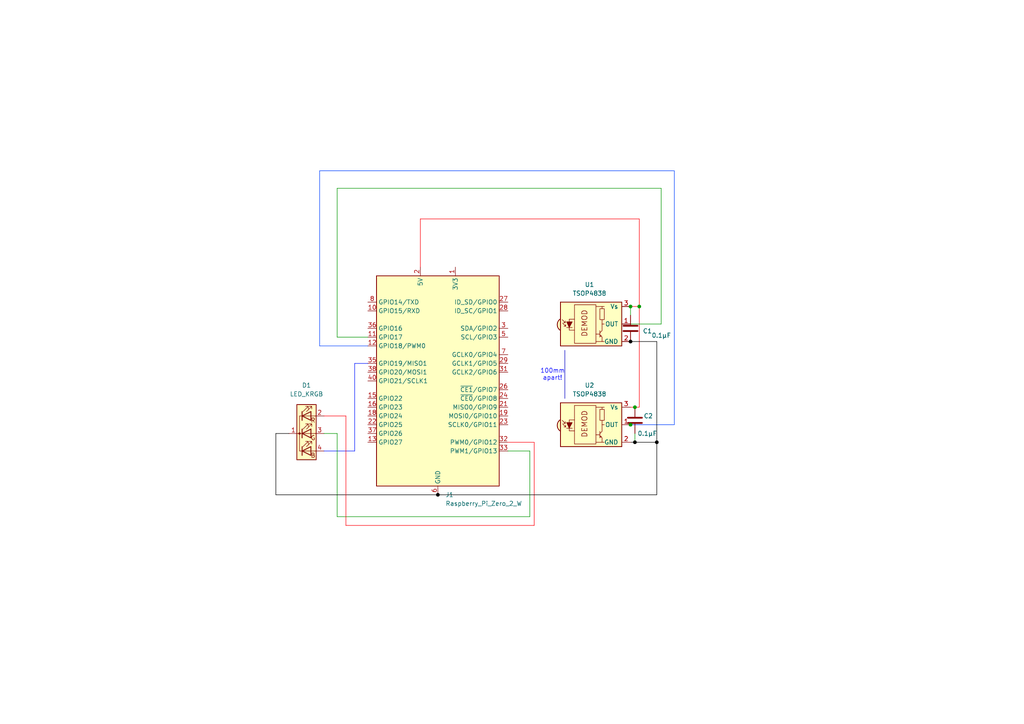
<source format=kicad_sch>
(kicad_sch
	(version 20231120)
	(generator "eeschema")
	(generator_version "8.0")
	(uuid "b27da0ba-d4c6-4bb1-a63c-5c17a72f8f7b")
	(paper "A4")
	(title_block
		(title "IR Detector")
	)
	(lib_symbols
		(symbol "Connector:Raspberry_Pi_2_3"
			(exclude_from_sim no)
			(in_bom yes)
			(on_board yes)
			(property "Reference" "J"
				(at -17.78 31.75 0)
				(effects
					(font
						(size 1.27 1.27)
					)
					(justify left bottom)
				)
			)
			(property "Value" "Raspberry_Pi_2_3"
				(at 10.16 -31.75 0)
				(effects
					(font
						(size 1.27 1.27)
					)
					(justify left top)
				)
			)
			(property "Footprint" ""
				(at 0 0 0)
				(effects
					(font
						(size 1.27 1.27)
					)
					(hide yes)
				)
			)
			(property "Datasheet" "https://www.raspberrypi.org/documentation/hardware/raspberrypi/schematics/rpi_SCH_3bplus_1p0_reduced.pdf"
				(at 60.96 -44.45 0)
				(effects
					(font
						(size 1.27 1.27)
					)
					(hide yes)
				)
			)
			(property "Description" "expansion header for Raspberry Pi 2 & 3"
				(at 0 0 0)
				(effects
					(font
						(size 1.27 1.27)
					)
					(hide yes)
				)
			)
			(property "ki_keywords" "raspberrypi gpio"
				(at 0 0 0)
				(effects
					(font
						(size 1.27 1.27)
					)
					(hide yes)
				)
			)
			(property "ki_fp_filters" "PinHeader*2x20*P2.54mm*Vertical* PinSocket*2x20*P2.54mm*Vertical*"
				(at 0 0 0)
				(effects
					(font
						(size 1.27 1.27)
					)
					(hide yes)
				)
			)
			(symbol "Raspberry_Pi_2_3_0_1"
				(rectangle
					(start -17.78 30.48)
					(end 17.78 -30.48)
					(stroke
						(width 0.254)
						(type default)
					)
					(fill
						(type background)
					)
				)
			)
			(symbol "Raspberry_Pi_2_3_1_1"
				(pin power_in line
					(at 5.08 33.02 270)
					(length 2.54)
					(name "3V3"
						(effects
							(font
								(size 1.27 1.27)
							)
						)
					)
					(number "1"
						(effects
							(font
								(size 1.27 1.27)
							)
						)
					)
				)
				(pin bidirectional line
					(at -20.32 20.32 0)
					(length 2.54)
					(name "GPIO15/RXD"
						(effects
							(font
								(size 1.27 1.27)
							)
						)
					)
					(number "10"
						(effects
							(font
								(size 1.27 1.27)
							)
						)
					)
				)
				(pin bidirectional line
					(at -20.32 12.7 0)
					(length 2.54)
					(name "GPIO17"
						(effects
							(font
								(size 1.27 1.27)
							)
						)
					)
					(number "11"
						(effects
							(font
								(size 1.27 1.27)
							)
						)
					)
				)
				(pin bidirectional line
					(at -20.32 10.16 0)
					(length 2.54)
					(name "GPIO18/PWM0"
						(effects
							(font
								(size 1.27 1.27)
							)
						)
					)
					(number "12"
						(effects
							(font
								(size 1.27 1.27)
							)
						)
					)
				)
				(pin bidirectional line
					(at -20.32 -17.78 0)
					(length 2.54)
					(name "GPIO27"
						(effects
							(font
								(size 1.27 1.27)
							)
						)
					)
					(number "13"
						(effects
							(font
								(size 1.27 1.27)
							)
						)
					)
				)
				(pin passive line
					(at 0 -33.02 90)
					(length 2.54) hide
					(name "GND"
						(effects
							(font
								(size 1.27 1.27)
							)
						)
					)
					(number "14"
						(effects
							(font
								(size 1.27 1.27)
							)
						)
					)
				)
				(pin bidirectional line
					(at -20.32 -5.08 0)
					(length 2.54)
					(name "GPIO22"
						(effects
							(font
								(size 1.27 1.27)
							)
						)
					)
					(number "15"
						(effects
							(font
								(size 1.27 1.27)
							)
						)
					)
				)
				(pin bidirectional line
					(at -20.32 -7.62 0)
					(length 2.54)
					(name "GPIO23"
						(effects
							(font
								(size 1.27 1.27)
							)
						)
					)
					(number "16"
						(effects
							(font
								(size 1.27 1.27)
							)
						)
					)
				)
				(pin passive line
					(at 5.08 33.02 270)
					(length 2.54) hide
					(name "3V3"
						(effects
							(font
								(size 1.27 1.27)
							)
						)
					)
					(number "17"
						(effects
							(font
								(size 1.27 1.27)
							)
						)
					)
				)
				(pin bidirectional line
					(at -20.32 -10.16 0)
					(length 2.54)
					(name "GPIO24"
						(effects
							(font
								(size 1.27 1.27)
							)
						)
					)
					(number "18"
						(effects
							(font
								(size 1.27 1.27)
							)
						)
					)
				)
				(pin bidirectional line
					(at 20.32 -10.16 180)
					(length 2.54)
					(name "MOSI0/GPIO10"
						(effects
							(font
								(size 1.27 1.27)
							)
						)
					)
					(number "19"
						(effects
							(font
								(size 1.27 1.27)
							)
						)
					)
				)
				(pin power_in line
					(at -5.08 33.02 270)
					(length 2.54)
					(name "5V"
						(effects
							(font
								(size 1.27 1.27)
							)
						)
					)
					(number "2"
						(effects
							(font
								(size 1.27 1.27)
							)
						)
					)
				)
				(pin passive line
					(at 0 -33.02 90)
					(length 2.54) hide
					(name "GND"
						(effects
							(font
								(size 1.27 1.27)
							)
						)
					)
					(number "20"
						(effects
							(font
								(size 1.27 1.27)
							)
						)
					)
				)
				(pin bidirectional line
					(at 20.32 -7.62 180)
					(length 2.54)
					(name "MISO0/GPIO9"
						(effects
							(font
								(size 1.27 1.27)
							)
						)
					)
					(number "21"
						(effects
							(font
								(size 1.27 1.27)
							)
						)
					)
				)
				(pin bidirectional line
					(at -20.32 -12.7 0)
					(length 2.54)
					(name "GPIO25"
						(effects
							(font
								(size 1.27 1.27)
							)
						)
					)
					(number "22"
						(effects
							(font
								(size 1.27 1.27)
							)
						)
					)
				)
				(pin bidirectional line
					(at 20.32 -12.7 180)
					(length 2.54)
					(name "SCLK0/GPIO11"
						(effects
							(font
								(size 1.27 1.27)
							)
						)
					)
					(number "23"
						(effects
							(font
								(size 1.27 1.27)
							)
						)
					)
				)
				(pin bidirectional line
					(at 20.32 -5.08 180)
					(length 2.54)
					(name "~{CE0}/GPIO8"
						(effects
							(font
								(size 1.27 1.27)
							)
						)
					)
					(number "24"
						(effects
							(font
								(size 1.27 1.27)
							)
						)
					)
				)
				(pin passive line
					(at 0 -33.02 90)
					(length 2.54) hide
					(name "GND"
						(effects
							(font
								(size 1.27 1.27)
							)
						)
					)
					(number "25"
						(effects
							(font
								(size 1.27 1.27)
							)
						)
					)
				)
				(pin bidirectional line
					(at 20.32 -2.54 180)
					(length 2.54)
					(name "~{CE1}/GPIO7"
						(effects
							(font
								(size 1.27 1.27)
							)
						)
					)
					(number "26"
						(effects
							(font
								(size 1.27 1.27)
							)
						)
					)
				)
				(pin bidirectional line
					(at 20.32 22.86 180)
					(length 2.54)
					(name "ID_SD/GPIO0"
						(effects
							(font
								(size 1.27 1.27)
							)
						)
					)
					(number "27"
						(effects
							(font
								(size 1.27 1.27)
							)
						)
					)
				)
				(pin bidirectional line
					(at 20.32 20.32 180)
					(length 2.54)
					(name "ID_SC/GPIO1"
						(effects
							(font
								(size 1.27 1.27)
							)
						)
					)
					(number "28"
						(effects
							(font
								(size 1.27 1.27)
							)
						)
					)
				)
				(pin bidirectional line
					(at 20.32 5.08 180)
					(length 2.54)
					(name "GCLK1/GPIO5"
						(effects
							(font
								(size 1.27 1.27)
							)
						)
					)
					(number "29"
						(effects
							(font
								(size 1.27 1.27)
							)
						)
					)
				)
				(pin bidirectional line
					(at 20.32 15.24 180)
					(length 2.54)
					(name "SDA/GPIO2"
						(effects
							(font
								(size 1.27 1.27)
							)
						)
					)
					(number "3"
						(effects
							(font
								(size 1.27 1.27)
							)
						)
					)
				)
				(pin passive line
					(at 0 -33.02 90)
					(length 2.54) hide
					(name "GND"
						(effects
							(font
								(size 1.27 1.27)
							)
						)
					)
					(number "30"
						(effects
							(font
								(size 1.27 1.27)
							)
						)
					)
				)
				(pin bidirectional line
					(at 20.32 2.54 180)
					(length 2.54)
					(name "GCLK2/GPIO6"
						(effects
							(font
								(size 1.27 1.27)
							)
						)
					)
					(number "31"
						(effects
							(font
								(size 1.27 1.27)
							)
						)
					)
				)
				(pin bidirectional line
					(at 20.32 -17.78 180)
					(length 2.54)
					(name "PWM0/GPIO12"
						(effects
							(font
								(size 1.27 1.27)
							)
						)
					)
					(number "32"
						(effects
							(font
								(size 1.27 1.27)
							)
						)
					)
				)
				(pin bidirectional line
					(at 20.32 -20.32 180)
					(length 2.54)
					(name "PWM1/GPIO13"
						(effects
							(font
								(size 1.27 1.27)
							)
						)
					)
					(number "33"
						(effects
							(font
								(size 1.27 1.27)
							)
						)
					)
				)
				(pin passive line
					(at 0 -33.02 90)
					(length 2.54) hide
					(name "GND"
						(effects
							(font
								(size 1.27 1.27)
							)
						)
					)
					(number "34"
						(effects
							(font
								(size 1.27 1.27)
							)
						)
					)
				)
				(pin bidirectional line
					(at -20.32 5.08 0)
					(length 2.54)
					(name "GPIO19/MISO1"
						(effects
							(font
								(size 1.27 1.27)
							)
						)
					)
					(number "35"
						(effects
							(font
								(size 1.27 1.27)
							)
						)
					)
				)
				(pin bidirectional line
					(at -20.32 15.24 0)
					(length 2.54)
					(name "GPIO16"
						(effects
							(font
								(size 1.27 1.27)
							)
						)
					)
					(number "36"
						(effects
							(font
								(size 1.27 1.27)
							)
						)
					)
				)
				(pin bidirectional line
					(at -20.32 -15.24 0)
					(length 2.54)
					(name "GPIO26"
						(effects
							(font
								(size 1.27 1.27)
							)
						)
					)
					(number "37"
						(effects
							(font
								(size 1.27 1.27)
							)
						)
					)
				)
				(pin bidirectional line
					(at -20.32 2.54 0)
					(length 2.54)
					(name "GPIO20/MOSI1"
						(effects
							(font
								(size 1.27 1.27)
							)
						)
					)
					(number "38"
						(effects
							(font
								(size 1.27 1.27)
							)
						)
					)
				)
				(pin passive line
					(at 0 -33.02 90)
					(length 2.54) hide
					(name "GND"
						(effects
							(font
								(size 1.27 1.27)
							)
						)
					)
					(number "39"
						(effects
							(font
								(size 1.27 1.27)
							)
						)
					)
				)
				(pin passive line
					(at -5.08 33.02 270)
					(length 2.54) hide
					(name "5V"
						(effects
							(font
								(size 1.27 1.27)
							)
						)
					)
					(number "4"
						(effects
							(font
								(size 1.27 1.27)
							)
						)
					)
				)
				(pin bidirectional line
					(at -20.32 0 0)
					(length 2.54)
					(name "GPIO21/SCLK1"
						(effects
							(font
								(size 1.27 1.27)
							)
						)
					)
					(number "40"
						(effects
							(font
								(size 1.27 1.27)
							)
						)
					)
				)
				(pin bidirectional line
					(at 20.32 12.7 180)
					(length 2.54)
					(name "SCL/GPIO3"
						(effects
							(font
								(size 1.27 1.27)
							)
						)
					)
					(number "5"
						(effects
							(font
								(size 1.27 1.27)
							)
						)
					)
				)
				(pin power_in line
					(at 0 -33.02 90)
					(length 2.54)
					(name "GND"
						(effects
							(font
								(size 1.27 1.27)
							)
						)
					)
					(number "6"
						(effects
							(font
								(size 1.27 1.27)
							)
						)
					)
				)
				(pin bidirectional line
					(at 20.32 7.62 180)
					(length 2.54)
					(name "GCLK0/GPIO4"
						(effects
							(font
								(size 1.27 1.27)
							)
						)
					)
					(number "7"
						(effects
							(font
								(size 1.27 1.27)
							)
						)
					)
				)
				(pin bidirectional line
					(at -20.32 22.86 0)
					(length 2.54)
					(name "GPIO14/TXD"
						(effects
							(font
								(size 1.27 1.27)
							)
						)
					)
					(number "8"
						(effects
							(font
								(size 1.27 1.27)
							)
						)
					)
				)
				(pin passive line
					(at 0 -33.02 90)
					(length 2.54) hide
					(name "GND"
						(effects
							(font
								(size 1.27 1.27)
							)
						)
					)
					(number "9"
						(effects
							(font
								(size 1.27 1.27)
							)
						)
					)
				)
			)
		)
		(symbol "Device:C"
			(pin_numbers hide)
			(pin_names
				(offset 0.254)
			)
			(exclude_from_sim no)
			(in_bom yes)
			(on_board yes)
			(property "Reference" "C"
				(at 0.635 2.54 0)
				(effects
					(font
						(size 1.27 1.27)
					)
					(justify left)
				)
			)
			(property "Value" "C"
				(at 0.635 -2.54 0)
				(effects
					(font
						(size 1.27 1.27)
					)
					(justify left)
				)
			)
			(property "Footprint" ""
				(at 0.9652 -3.81 0)
				(effects
					(font
						(size 1.27 1.27)
					)
					(hide yes)
				)
			)
			(property "Datasheet" "~"
				(at 0 0 0)
				(effects
					(font
						(size 1.27 1.27)
					)
					(hide yes)
				)
			)
			(property "Description" "Unpolarized capacitor"
				(at 0 0 0)
				(effects
					(font
						(size 1.27 1.27)
					)
					(hide yes)
				)
			)
			(property "ki_keywords" "cap capacitor"
				(at 0 0 0)
				(effects
					(font
						(size 1.27 1.27)
					)
					(hide yes)
				)
			)
			(property "ki_fp_filters" "C_*"
				(at 0 0 0)
				(effects
					(font
						(size 1.27 1.27)
					)
					(hide yes)
				)
			)
			(symbol "C_0_1"
				(polyline
					(pts
						(xy -2.032 -0.762) (xy 2.032 -0.762)
					)
					(stroke
						(width 0.508)
						(type default)
					)
					(fill
						(type none)
					)
				)
				(polyline
					(pts
						(xy -2.032 0.762) (xy 2.032 0.762)
					)
					(stroke
						(width 0.508)
						(type default)
					)
					(fill
						(type none)
					)
				)
			)
			(symbol "C_1_1"
				(pin passive line
					(at 0 3.81 270)
					(length 2.794)
					(name "~"
						(effects
							(font
								(size 1.27 1.27)
							)
						)
					)
					(number "1"
						(effects
							(font
								(size 1.27 1.27)
							)
						)
					)
				)
				(pin passive line
					(at 0 -3.81 90)
					(length 2.794)
					(name "~"
						(effects
							(font
								(size 1.27 1.27)
							)
						)
					)
					(number "2"
						(effects
							(font
								(size 1.27 1.27)
							)
						)
					)
				)
			)
		)
		(symbol "Device:LED_KRGB"
			(pin_names
				(offset 0) hide)
			(exclude_from_sim no)
			(in_bom yes)
			(on_board yes)
			(property "Reference" "D"
				(at 0 9.398 0)
				(effects
					(font
						(size 1.27 1.27)
					)
				)
			)
			(property "Value" "LED_KRGB"
				(at 0 -8.89 0)
				(effects
					(font
						(size 1.27 1.27)
					)
				)
			)
			(property "Footprint" ""
				(at 0 -1.27 0)
				(effects
					(font
						(size 1.27 1.27)
					)
					(hide yes)
				)
			)
			(property "Datasheet" "~"
				(at 0 -1.27 0)
				(effects
					(font
						(size 1.27 1.27)
					)
					(hide yes)
				)
			)
			(property "Description" "RGB LED, cathode/red/green/blue"
				(at 0 0 0)
				(effects
					(font
						(size 1.27 1.27)
					)
					(hide yes)
				)
			)
			(property "ki_keywords" "LED RGB diode"
				(at 0 0 0)
				(effects
					(font
						(size 1.27 1.27)
					)
					(hide yes)
				)
			)
			(property "ki_fp_filters" "LED* LED_SMD:* LED_THT:*"
				(at 0 0 0)
				(effects
					(font
						(size 1.27 1.27)
					)
					(hide yes)
				)
			)
			(symbol "LED_KRGB_0_0"
				(text "B"
					(at 1.905 -6.35 0)
					(effects
						(font
							(size 1.27 1.27)
						)
					)
				)
				(text "G"
					(at 1.905 -1.27 0)
					(effects
						(font
							(size 1.27 1.27)
						)
					)
				)
				(text "R"
					(at 1.905 3.81 0)
					(effects
						(font
							(size 1.27 1.27)
						)
					)
				)
			)
			(symbol "LED_KRGB_0_1"
				(circle
					(center -2.032 0)
					(radius 0.254)
					(stroke
						(width 0)
						(type default)
					)
					(fill
						(type outline)
					)
				)
				(polyline
					(pts
						(xy -1.27 -5.08) (xy 1.27 -5.08)
					)
					(stroke
						(width 0)
						(type default)
					)
					(fill
						(type none)
					)
				)
				(polyline
					(pts
						(xy -1.27 -3.81) (xy -1.27 -6.35)
					)
					(stroke
						(width 0.254)
						(type default)
					)
					(fill
						(type none)
					)
				)
				(polyline
					(pts
						(xy -1.27 0) (xy -2.54 0)
					)
					(stroke
						(width 0)
						(type default)
					)
					(fill
						(type none)
					)
				)
				(polyline
					(pts
						(xy -1.27 1.27) (xy -1.27 -1.27)
					)
					(stroke
						(width 0.254)
						(type default)
					)
					(fill
						(type none)
					)
				)
				(polyline
					(pts
						(xy -1.27 5.08) (xy 1.27 5.08)
					)
					(stroke
						(width 0)
						(type default)
					)
					(fill
						(type none)
					)
				)
				(polyline
					(pts
						(xy -1.27 6.35) (xy -1.27 3.81)
					)
					(stroke
						(width 0.254)
						(type default)
					)
					(fill
						(type none)
					)
				)
				(polyline
					(pts
						(xy 1.27 -5.08) (xy 2.54 -5.08)
					)
					(stroke
						(width 0)
						(type default)
					)
					(fill
						(type none)
					)
				)
				(polyline
					(pts
						(xy 1.27 0) (xy -1.27 0)
					)
					(stroke
						(width 0)
						(type default)
					)
					(fill
						(type none)
					)
				)
				(polyline
					(pts
						(xy 1.27 0) (xy 2.54 0)
					)
					(stroke
						(width 0)
						(type default)
					)
					(fill
						(type none)
					)
				)
				(polyline
					(pts
						(xy 1.27 5.08) (xy 2.54 5.08)
					)
					(stroke
						(width 0)
						(type default)
					)
					(fill
						(type none)
					)
				)
				(polyline
					(pts
						(xy -1.27 1.27) (xy -1.27 -1.27) (xy -1.27 -1.27)
					)
					(stroke
						(width 0)
						(type default)
					)
					(fill
						(type none)
					)
				)
				(polyline
					(pts
						(xy -1.27 6.35) (xy -1.27 3.81) (xy -1.27 3.81)
					)
					(stroke
						(width 0)
						(type default)
					)
					(fill
						(type none)
					)
				)
				(polyline
					(pts
						(xy -1.27 5.08) (xy -2.032 5.08) (xy -2.032 -5.08) (xy -1.016 -5.08)
					)
					(stroke
						(width 0)
						(type default)
					)
					(fill
						(type none)
					)
				)
				(polyline
					(pts
						(xy 1.27 -3.81) (xy 1.27 -6.35) (xy -1.27 -5.08) (xy 1.27 -3.81)
					)
					(stroke
						(width 0.254)
						(type default)
					)
					(fill
						(type none)
					)
				)
				(polyline
					(pts
						(xy 1.27 1.27) (xy 1.27 -1.27) (xy -1.27 0) (xy 1.27 1.27)
					)
					(stroke
						(width 0.254)
						(type default)
					)
					(fill
						(type none)
					)
				)
				(polyline
					(pts
						(xy 1.27 6.35) (xy 1.27 3.81) (xy -1.27 5.08) (xy 1.27 6.35)
					)
					(stroke
						(width 0.254)
						(type default)
					)
					(fill
						(type none)
					)
				)
				(polyline
					(pts
						(xy -1.016 -3.81) (xy 0.508 -2.286) (xy -0.254 -2.286) (xy 0.508 -2.286) (xy 0.508 -3.048)
					)
					(stroke
						(width 0)
						(type default)
					)
					(fill
						(type none)
					)
				)
				(polyline
					(pts
						(xy -1.016 1.27) (xy 0.508 2.794) (xy -0.254 2.794) (xy 0.508 2.794) (xy 0.508 2.032)
					)
					(stroke
						(width 0)
						(type default)
					)
					(fill
						(type none)
					)
				)
				(polyline
					(pts
						(xy -1.016 6.35) (xy 0.508 7.874) (xy -0.254 7.874) (xy 0.508 7.874) (xy 0.508 7.112)
					)
					(stroke
						(width 0)
						(type default)
					)
					(fill
						(type none)
					)
				)
				(polyline
					(pts
						(xy 0 -3.81) (xy 1.524 -2.286) (xy 0.762 -2.286) (xy 1.524 -2.286) (xy 1.524 -3.048)
					)
					(stroke
						(width 0)
						(type default)
					)
					(fill
						(type none)
					)
				)
				(polyline
					(pts
						(xy 0 1.27) (xy 1.524 2.794) (xy 0.762 2.794) (xy 1.524 2.794) (xy 1.524 2.032)
					)
					(stroke
						(width 0)
						(type default)
					)
					(fill
						(type none)
					)
				)
				(polyline
					(pts
						(xy 0 6.35) (xy 1.524 7.874) (xy 0.762 7.874) (xy 1.524 7.874) (xy 1.524 7.112)
					)
					(stroke
						(width 0)
						(type default)
					)
					(fill
						(type none)
					)
				)
				(rectangle
					(start 1.27 -1.27)
					(end 1.27 1.27)
					(stroke
						(width 0)
						(type default)
					)
					(fill
						(type none)
					)
				)
				(rectangle
					(start 1.27 1.27)
					(end 1.27 1.27)
					(stroke
						(width 0)
						(type default)
					)
					(fill
						(type none)
					)
				)
				(rectangle
					(start 1.27 3.81)
					(end 1.27 6.35)
					(stroke
						(width 0)
						(type default)
					)
					(fill
						(type none)
					)
				)
				(rectangle
					(start 1.27 6.35)
					(end 1.27 6.35)
					(stroke
						(width 0)
						(type default)
					)
					(fill
						(type none)
					)
				)
				(rectangle
					(start 2.794 8.382)
					(end -2.794 -7.62)
					(stroke
						(width 0.254)
						(type default)
					)
					(fill
						(type background)
					)
				)
			)
			(symbol "LED_KRGB_1_1"
				(pin passive line
					(at -5.08 0 0)
					(length 2.54)
					(name "K"
						(effects
							(font
								(size 1.27 1.27)
							)
						)
					)
					(number "1"
						(effects
							(font
								(size 1.27 1.27)
							)
						)
					)
				)
				(pin passive line
					(at 5.08 5.08 180)
					(length 2.54)
					(name "RA"
						(effects
							(font
								(size 1.27 1.27)
							)
						)
					)
					(number "2"
						(effects
							(font
								(size 1.27 1.27)
							)
						)
					)
				)
				(pin passive line
					(at 5.08 0 180)
					(length 2.54)
					(name "GA"
						(effects
							(font
								(size 1.27 1.27)
							)
						)
					)
					(number "3"
						(effects
							(font
								(size 1.27 1.27)
							)
						)
					)
				)
				(pin passive line
					(at 5.08 -5.08 180)
					(length 2.54)
					(name "BA"
						(effects
							(font
								(size 1.27 1.27)
							)
						)
					)
					(number "4"
						(effects
							(font
								(size 1.27 1.27)
							)
						)
					)
				)
			)
		)
		(symbol "Interface_Optical:TSOP45xx"
			(pin_names
				(offset 1.016)
			)
			(exclude_from_sim no)
			(in_bom yes)
			(on_board yes)
			(property "Reference" "U"
				(at -10.16 7.62 0)
				(effects
					(font
						(size 1.27 1.27)
					)
					(justify left)
				)
			)
			(property "Value" "TSOP45xx"
				(at -10.16 -7.62 0)
				(effects
					(font
						(size 1.27 1.27)
					)
					(justify left)
				)
			)
			(property "Footprint" "OptoDevice:Vishay_MOLD-3Pin"
				(at -1.27 -9.525 0)
				(effects
					(font
						(size 1.27 1.27)
					)
					(hide yes)
				)
			)
			(property "Datasheet" "http://www.vishay.com/docs/82460/tsop45.pdf"
				(at 16.51 7.62 0)
				(effects
					(font
						(size 1.27 1.27)
					)
					(hide yes)
				)
			)
			(property "Description" "IR Receiver Modules for Remote Control Systems"
				(at 0 0 0)
				(effects
					(font
						(size 1.27 1.27)
					)
					(hide yes)
				)
			)
			(property "ki_keywords" "opto IR receiver"
				(at 0 0 0)
				(effects
					(font
						(size 1.27 1.27)
					)
					(hide yes)
				)
			)
			(property "ki_fp_filters" "Vishay*MOLD*"
				(at 0 0 0)
				(effects
					(font
						(size 1.27 1.27)
					)
					(hide yes)
				)
			)
			(symbol "TSOP45xx_0_0"
				(arc
					(start -10.287 1.397)
					(mid -11.0899 -0.1852)
					(end -10.287 -1.778)
					(stroke
						(width 0.254)
						(type default)
					)
					(fill
						(type background)
					)
				)
				(polyline
					(pts
						(xy 1.905 -5.08) (xy 0.127 -5.08)
					)
					(stroke
						(width 0)
						(type default)
					)
					(fill
						(type none)
					)
				)
				(polyline
					(pts
						(xy 1.905 5.08) (xy 0.127 5.08)
					)
					(stroke
						(width 0)
						(type default)
					)
					(fill
						(type none)
					)
				)
				(text "DEMOD"
					(at -3.175 0.254 900)
					(effects
						(font
							(size 1.524 1.524)
						)
					)
				)
			)
			(symbol "TSOP45xx_0_1"
				(rectangle
					(start -6.096 5.588)
					(end 0.127 -5.588)
					(stroke
						(width 0)
						(type default)
					)
					(fill
						(type none)
					)
				)
				(polyline
					(pts
						(xy -8.763 0.381) (xy -9.652 1.27)
					)
					(stroke
						(width 0)
						(type default)
					)
					(fill
						(type none)
					)
				)
				(polyline
					(pts
						(xy -8.763 0.381) (xy -9.271 0.381)
					)
					(stroke
						(width 0)
						(type default)
					)
					(fill
						(type none)
					)
				)
				(polyline
					(pts
						(xy -8.763 0.381) (xy -8.763 0.889)
					)
					(stroke
						(width 0)
						(type default)
					)
					(fill
						(type none)
					)
				)
				(polyline
					(pts
						(xy -8.636 -0.635) (xy -9.525 0.254)
					)
					(stroke
						(width 0)
						(type default)
					)
					(fill
						(type none)
					)
				)
				(polyline
					(pts
						(xy -8.636 -0.635) (xy -9.144 -0.635)
					)
					(stroke
						(width 0)
						(type default)
					)
					(fill
						(type none)
					)
				)
				(polyline
					(pts
						(xy -8.636 -0.635) (xy -8.636 -0.127)
					)
					(stroke
						(width 0)
						(type default)
					)
					(fill
						(type none)
					)
				)
				(polyline
					(pts
						(xy -8.382 -1.016) (xy -6.731 -1.016)
					)
					(stroke
						(width 0)
						(type default)
					)
					(fill
						(type none)
					)
				)
				(polyline
					(pts
						(xy 1.27 -2.921) (xy 0.127 -2.921)
					)
					(stroke
						(width 0)
						(type default)
					)
					(fill
						(type none)
					)
				)
				(polyline
					(pts
						(xy 1.27 -1.905) (xy 1.27 -3.81)
					)
					(stroke
						(width 0)
						(type default)
					)
					(fill
						(type none)
					)
				)
				(polyline
					(pts
						(xy 1.397 -3.556) (xy 1.524 -3.556)
					)
					(stroke
						(width 0)
						(type default)
					)
					(fill
						(type none)
					)
				)
				(polyline
					(pts
						(xy 1.651 -3.556) (xy 1.524 -3.556)
					)
					(stroke
						(width 0)
						(type default)
					)
					(fill
						(type none)
					)
				)
				(polyline
					(pts
						(xy 1.651 -3.556) (xy 1.651 -3.302)
					)
					(stroke
						(width 0)
						(type default)
					)
					(fill
						(type none)
					)
				)
				(polyline
					(pts
						(xy 1.905 0) (xy 1.905 1.27)
					)
					(stroke
						(width 0)
						(type default)
					)
					(fill
						(type none)
					)
				)
				(polyline
					(pts
						(xy 1.905 4.445) (xy 1.905 5.08) (xy 2.54 5.08)
					)
					(stroke
						(width 0)
						(type default)
					)
					(fill
						(type none)
					)
				)
				(polyline
					(pts
						(xy -8.382 0.635) (xy -6.731 0.635) (xy -7.62 -1.016) (xy -8.382 0.635)
					)
					(stroke
						(width 0)
						(type default)
					)
					(fill
						(type outline)
					)
				)
				(polyline
					(pts
						(xy -6.096 1.397) (xy -7.62 1.397) (xy -7.62 -1.778) (xy -6.096 -1.778)
					)
					(stroke
						(width 0)
						(type default)
					)
					(fill
						(type none)
					)
				)
				(polyline
					(pts
						(xy 1.27 -3.175) (xy 1.905 -3.81) (xy 1.905 -5.08) (xy 2.54 -5.08)
					)
					(stroke
						(width 0)
						(type default)
					)
					(fill
						(type none)
					)
				)
				(polyline
					(pts
						(xy 1.27 -2.54) (xy 1.905 -1.905) (xy 1.905 0) (xy 2.54 0)
					)
					(stroke
						(width 0)
						(type default)
					)
					(fill
						(type none)
					)
				)
				(rectangle
					(start 2.54 1.27)
					(end 1.27 4.445)
					(stroke
						(width 0)
						(type default)
					)
					(fill
						(type none)
					)
				)
				(rectangle
					(start 7.62 6.35)
					(end -10.16 -6.35)
					(stroke
						(width 0.254)
						(type default)
					)
					(fill
						(type background)
					)
				)
			)
			(symbol "TSOP45xx_1_1"
				(pin output line
					(at 10.16 0 180)
					(length 2.54)
					(name "OUT"
						(effects
							(font
								(size 1.27 1.27)
							)
						)
					)
					(number "1"
						(effects
							(font
								(size 1.27 1.27)
							)
						)
					)
				)
				(pin power_in line
					(at 10.16 -5.08 180)
					(length 2.54)
					(name "GND"
						(effects
							(font
								(size 1.27 1.27)
							)
						)
					)
					(number "2"
						(effects
							(font
								(size 1.27 1.27)
							)
						)
					)
				)
				(pin power_in line
					(at 10.16 5.08 180)
					(length 2.54)
					(name "Vs"
						(effects
							(font
								(size 1.27 1.27)
							)
						)
					)
					(number "3"
						(effects
							(font
								(size 1.27 1.27)
							)
						)
					)
				)
			)
		)
	)
	(junction
		(at 184.15 118.11)
		(diameter 0)
		(color 0 0 0 0)
		(uuid "37867374-19d2-4808-b497-40f62652793d")
	)
	(junction
		(at 182.88 123.19)
		(diameter 0)
		(color 0 0 0 0)
		(uuid "37ded08f-03e2-49c8-a4ee-5f9cf57755e3")
	)
	(junction
		(at 182.88 88.9)
		(diameter 0)
		(color 0 0 0 0)
		(uuid "4e8f658c-79f0-4f3e-9b99-b79a23382a75")
	)
	(junction
		(at 127 143.51)
		(diameter 0)
		(color 0 0 0 1)
		(uuid "67665d30-8b3d-4851-a5cf-a9ffe43deedc")
	)
	(junction
		(at 182.88 99.06)
		(diameter 0)
		(color 0 0 0 1)
		(uuid "6d3ef3f6-976e-4475-ae05-4ca4b7e7539c")
	)
	(junction
		(at 185.42 88.9)
		(diameter 0)
		(color 0 0 0 0)
		(uuid "6e0ab556-3162-43cf-bedd-1de6753fa104")
	)
	(junction
		(at 184.15 128.27)
		(diameter 0)
		(color 0 0 0 1)
		(uuid "ab79b035-1774-4ff7-9fe3-bdec2f65c7e2")
	)
	(junction
		(at 190.5 128.27)
		(diameter 0)
		(color 0 0 0 1)
		(uuid "dcac7f91-6057-47b2-8c97-fd26036447d5")
	)
	(wire
		(pts
			(xy 154.94 128.27) (xy 147.32 128.27)
		)
		(stroke
			(width 0)
			(type default)
			(color 255 0 11 1)
		)
		(uuid "009bb077-160a-42ca-b484-60a24b1a226e")
	)
	(wire
		(pts
			(xy 100.33 152.4) (xy 154.94 152.4)
		)
		(stroke
			(width 0)
			(type default)
			(color 255 0 11 1)
		)
		(uuid "00b01119-e113-47e9-b736-612a90ab20a4")
	)
	(wire
		(pts
			(xy 102.87 105.41) (xy 102.87 130.81)
		)
		(stroke
			(width 0)
			(type default)
			(color 0 22 255 1)
		)
		(uuid "10769837-0252-464f-8db4-81fee2f24656")
	)
	(wire
		(pts
			(xy 153.67 149.86) (xy 97.79 149.86)
		)
		(stroke
			(width 0)
			(type default)
		)
		(uuid "1a8f1757-2af0-4c06-90d2-77196bc39e0a")
	)
	(wire
		(pts
			(xy 106.68 100.33) (xy 92.71 100.33)
		)
		(stroke
			(width 0)
			(type default)
			(color 0 64 255 1)
		)
		(uuid "1e2ded8a-57a0-4000-bdf3-f7f5586c5e81")
	)
	(polyline
		(pts
			(xy 163.83 101.6) (xy 163.83 115.57)
		)
		(stroke
			(width 0)
			(type default)
		)
		(uuid "2239f660-12b0-4ea0-97c3-678d3d8c02f4")
	)
	(wire
		(pts
			(xy 185.42 88.9) (xy 185.42 118.11)
		)
		(stroke
			(width 0)
			(type default)
			(color 255 0 9 1)
		)
		(uuid "247992e3-fe69-40ca-9745-98083074643d")
	)
	(wire
		(pts
			(xy 190.5 128.27) (xy 190.5 99.06)
		)
		(stroke
			(width 0)
			(type default)
			(color 0 0 0 1)
		)
		(uuid "2e31d3b2-e0fc-4f40-9f36-553905d38a2b")
	)
	(wire
		(pts
			(xy 182.88 91.44) (xy 182.88 88.9)
		)
		(stroke
			(width 0)
			(type default)
		)
		(uuid "300fc3c8-16bb-4fe3-9477-f1ef8c2f17a4")
	)
	(wire
		(pts
			(xy 92.71 100.33) (xy 92.71 49.53)
		)
		(stroke
			(width 0)
			(type default)
			(color 0 64 255 1)
		)
		(uuid "37a3ddd5-1742-47ff-b4a9-9c8e9fc61041")
	)
	(wire
		(pts
			(xy 93.98 130.81) (xy 102.87 130.81)
		)
		(stroke
			(width 0)
			(type default)
			(color 0 22 255 1)
		)
		(uuid "3b125b8c-3dae-438c-a7ff-bcd3f4e98298")
	)
	(wire
		(pts
			(xy 185.42 88.9) (xy 182.88 88.9)
		)
		(stroke
			(width 0)
			(type default)
			(color 255 0 9 1)
		)
		(uuid "3eee3d13-350f-4788-b523-c967252ce73d")
	)
	(wire
		(pts
			(xy 121.92 63.5) (xy 185.42 63.5)
		)
		(stroke
			(width 0)
			(type default)
			(color 255 0 9 1)
		)
		(uuid "456282ec-198b-4112-8bba-2887ef8faf0e")
	)
	(wire
		(pts
			(xy 154.94 152.4) (xy 154.94 128.27)
		)
		(stroke
			(width 0)
			(type default)
			(color 255 0 11 1)
		)
		(uuid "46f2f7ee-c1c4-4f98-8fe9-08e8266e1ed4")
	)
	(wire
		(pts
			(xy 184.15 118.11) (xy 185.42 118.11)
		)
		(stroke
			(width 0)
			(type default)
			(color 255 0 9 1)
		)
		(uuid "4c75ed1d-5c08-40d2-a718-c45de2430c48")
	)
	(wire
		(pts
			(xy 97.79 97.79) (xy 97.79 54.61)
		)
		(stroke
			(width 0)
			(type default)
		)
		(uuid "5fb84d36-e64e-4c46-8df9-20b77a414c31")
	)
	(wire
		(pts
			(xy 97.79 149.86) (xy 97.79 125.73)
		)
		(stroke
			(width 0)
			(type default)
		)
		(uuid "5fc917ca-d05a-40d3-bdcd-a45e4abaafe3")
	)
	(wire
		(pts
			(xy 182.88 123.19) (xy 195.58 123.19)
		)
		(stroke
			(width 0)
			(type default)
			(color 0 64 255 1)
		)
		(uuid "610ea64d-1b78-4d0f-8c1b-94a99895a78d")
	)
	(wire
		(pts
			(xy 106.68 97.79) (xy 97.79 97.79)
		)
		(stroke
			(width 0)
			(type default)
		)
		(uuid "7053fdc8-73b1-41b0-a4f6-ea30ad1e142b")
	)
	(wire
		(pts
			(xy 182.88 93.98) (xy 191.77 93.98)
		)
		(stroke
			(width 0)
			(type default)
		)
		(uuid "715bf281-93e7-42fb-ac3c-13bcc7933495")
	)
	(wire
		(pts
			(xy 127 143.51) (xy 190.5 143.51)
		)
		(stroke
			(width 0)
			(type default)
			(color 0 0 0 1)
		)
		(uuid "74d97083-961a-4a68-bf7c-b4f0232d0242")
	)
	(wire
		(pts
			(xy 190.5 143.51) (xy 190.5 128.27)
		)
		(stroke
			(width 0)
			(type default)
			(color 0 0 0 1)
		)
		(uuid "77586401-fda0-43b1-9c26-1283aaa17fc1")
	)
	(wire
		(pts
			(xy 121.92 77.47) (xy 121.92 63.5)
		)
		(stroke
			(width 0)
			(type default)
			(color 255 0 9 1)
		)
		(uuid "7bef7c6a-ed0d-4d86-903b-5c9e41c1623d")
	)
	(wire
		(pts
			(xy 92.71 49.53) (xy 195.58 49.53)
		)
		(stroke
			(width 0)
			(type default)
			(color 0 64 255 1)
		)
		(uuid "8169a735-7f9c-4336-95bc-0d91c64fda13")
	)
	(wire
		(pts
			(xy 182.88 99.06) (xy 190.5 99.06)
		)
		(stroke
			(width 0)
			(type default)
			(color 0 0 0 1)
		)
		(uuid "a4df76c4-7c26-45cb-9bef-af3dcfd32b61")
	)
	(wire
		(pts
			(xy 80.01 143.51) (xy 127 143.51)
		)
		(stroke
			(width 0)
			(type default)
			(color 0 0 0 1)
		)
		(uuid "b98f6890-825b-4be6-9f4a-5bf7a877eb13")
	)
	(wire
		(pts
			(xy 106.68 105.41) (xy 102.87 105.41)
		)
		(stroke
			(width 0)
			(type default)
			(color 0 22 255 1)
		)
		(uuid "ba57c917-8ad2-4bd3-add7-3c8a0e2a1e0e")
	)
	(wire
		(pts
			(xy 184.15 125.73) (xy 184.15 128.27)
		)
		(stroke
			(width 0)
			(type default)
		)
		(uuid "bb0c1ac4-42fd-4185-befb-bcf6b7507dee")
	)
	(wire
		(pts
			(xy 182.88 118.11) (xy 184.15 118.11)
		)
		(stroke
			(width 0)
			(type default)
			(color 255 0 9 1)
		)
		(uuid "bb1f2048-3040-4811-bdd9-16c87b4c9e36")
	)
	(wire
		(pts
			(xy 191.77 54.61) (xy 191.77 93.98)
		)
		(stroke
			(width 0)
			(type default)
		)
		(uuid "c0259486-fca7-4f64-b3b0-df8b49df285c")
	)
	(wire
		(pts
			(xy 83.82 125.73) (xy 80.01 125.73)
		)
		(stroke
			(width 0)
			(type default)
			(color 0 0 0 1)
		)
		(uuid "c219e88b-bb96-4518-b6f7-b1ddb97766de")
	)
	(wire
		(pts
			(xy 80.01 125.73) (xy 80.01 143.51)
		)
		(stroke
			(width 0)
			(type default)
			(color 0 0 0 1)
		)
		(uuid "cbe1dfc7-88dc-4078-b60c-378d31b18324")
	)
	(wire
		(pts
			(xy 97.79 54.61) (xy 191.77 54.61)
		)
		(stroke
			(width 0)
			(type default)
		)
		(uuid "d08e422a-b74e-4932-b396-ec6d0f694850")
	)
	(wire
		(pts
			(xy 195.58 49.53) (xy 195.58 123.19)
		)
		(stroke
			(width 0)
			(type default)
			(color 0 64 255 1)
		)
		(uuid "d1b25e4b-faa5-4d5b-9d1d-bd3ecb06c9df")
	)
	(wire
		(pts
			(xy 182.88 128.27) (xy 184.15 128.27)
		)
		(stroke
			(width 0)
			(type default)
			(color 0 0 0 1)
		)
		(uuid "daa16f68-2f97-403f-8599-f6fc3766424e")
	)
	(wire
		(pts
			(xy 185.42 63.5) (xy 185.42 88.9)
		)
		(stroke
			(width 0)
			(type default)
			(color 255 0 9 1)
		)
		(uuid "db7fe620-d83c-469f-bf4c-7076a5ace7f2")
	)
	(wire
		(pts
			(xy 100.33 120.65) (xy 100.33 152.4)
		)
		(stroke
			(width 0)
			(type default)
			(color 255 0 11 1)
		)
		(uuid "e04e0d2a-5378-48b9-b72e-a0faa08d5fd3")
	)
	(wire
		(pts
			(xy 93.98 120.65) (xy 100.33 120.65)
		)
		(stroke
			(width 0)
			(type default)
			(color 255 0 11 1)
		)
		(uuid "e1ce0daf-f61e-48ea-a1db-feda78594a67")
	)
	(wire
		(pts
			(xy 147.32 130.81) (xy 153.67 130.81)
		)
		(stroke
			(width 0)
			(type default)
		)
		(uuid "eb2d7914-97ad-45f0-a76d-ffe26ab1beed")
	)
	(wire
		(pts
			(xy 93.98 125.73) (xy 97.79 125.73)
		)
		(stroke
			(width 0)
			(type default)
		)
		(uuid "eb9183ff-8c8c-471a-949b-952ed83bd2ae")
	)
	(wire
		(pts
			(xy 184.15 128.27) (xy 190.5 128.27)
		)
		(stroke
			(width 0)
			(type default)
			(color 0 0 0 1)
		)
		(uuid "ed1b2a6c-aecf-4025-93cc-91ca32b8ff02")
	)
	(wire
		(pts
			(xy 181.61 123.19) (xy 182.88 123.19)
		)
		(stroke
			(width 0)
			(type default)
			(color 0 64 255 1)
		)
		(uuid "f7b06ae8-5525-48cb-9f03-57639fa2bfa7")
	)
	(wire
		(pts
			(xy 153.67 130.81) (xy 153.67 149.86)
		)
		(stroke
			(width 0)
			(type default)
		)
		(uuid "fef5714a-ea89-4c3c-97d8-5c1cd277eb08")
	)
	(text "100mm\napart!"
		(exclude_from_sim no)
		(at 160.274 108.712 0)
		(effects
			(font
				(size 1.27 1.27)
				(color 25 25 255 1)
			)
		)
		(uuid "fd859bae-5ca4-4097-92e5-fed0fd4cefe1")
	)
	(symbol
		(lib_id "Interface_Optical:TSOP45xx")
		(at 172.72 123.19 0)
		(unit 1)
		(exclude_from_sim no)
		(in_bom yes)
		(on_board yes)
		(dnp no)
		(fields_autoplaced yes)
		(uuid "5c6d03ae-0b81-496f-aa97-ee921365ca7a")
		(property "Reference" "U2"
			(at 170.985 111.76 0)
			(effects
				(font
					(size 1.27 1.27)
				)
			)
		)
		(property "Value" "TSOP4838"
			(at 170.985 114.3 0)
			(effects
				(font
					(size 1.27 1.27)
				)
			)
		)
		(property "Footprint" "OptoDevice:Vishay_MOLD-3Pin"
			(at 171.45 132.715 0)
			(effects
				(font
					(size 1.27 1.27)
				)
				(hide yes)
			)
		)
		(property "Datasheet" "http://www.vishay.com/docs/82460/tsop45.pdf"
			(at 189.23 115.57 0)
			(effects
				(font
					(size 1.27 1.27)
				)
				(hide yes)
			)
		)
		(property "Description" "IR Receiver Modules for Remote Control Systems"
			(at 172.72 123.19 0)
			(effects
				(font
					(size 1.27 1.27)
				)
				(hide yes)
			)
		)
		(pin "2"
			(uuid "649a814f-e4a2-48c2-8d31-52455d553f9d")
		)
		(pin "3"
			(uuid "d8b881a4-65ba-4bea-be3f-a6af9c132b49")
		)
		(pin "1"
			(uuid "7b722d4b-4396-4dec-ad7b-a2144897aad3")
		)
		(instances
			(project "IR_Detector"
				(path "/b27da0ba-d4c6-4bb1-a63c-5c17a72f8f7b"
					(reference "U2")
					(unit 1)
				)
			)
		)
	)
	(symbol
		(lib_id "Device:LED_KRGB")
		(at 88.9 125.73 0)
		(unit 1)
		(exclude_from_sim no)
		(in_bom yes)
		(on_board yes)
		(dnp no)
		(fields_autoplaced yes)
		(uuid "5e8f0221-787e-4675-8587-9ee4527d3a74")
		(property "Reference" "D1"
			(at 88.9 111.76 0)
			(effects
				(font
					(size 1.27 1.27)
				)
			)
		)
		(property "Value" "LED_KRGB"
			(at 88.9 114.3 0)
			(effects
				(font
					(size 1.27 1.27)
				)
			)
		)
		(property "Footprint" ""
			(at 88.9 127 0)
			(effects
				(font
					(size 1.27 1.27)
				)
				(hide yes)
			)
		)
		(property "Datasheet" "~"
			(at 88.9 127 0)
			(effects
				(font
					(size 1.27 1.27)
				)
				(hide yes)
			)
		)
		(property "Description" "RGB LED, cathode/red/green/blue"
			(at 88.9 125.73 0)
			(effects
				(font
					(size 1.27 1.27)
				)
				(hide yes)
			)
		)
		(pin "2"
			(uuid "5df58b55-aed9-497d-be90-869c92f871e1")
		)
		(pin "1"
			(uuid "2b69b191-efa5-4f03-ae77-16e32977e6ea")
		)
		(pin "4"
			(uuid "c4a547ba-8116-4e14-953d-8567f2764589")
		)
		(pin "3"
			(uuid "3c3d0b54-3e73-4399-8dfa-ff1b1eca4f18")
		)
		(instances
			(project ""
				(path "/b27da0ba-d4c6-4bb1-a63c-5c17a72f8f7b"
					(reference "D1")
					(unit 1)
				)
			)
		)
	)
	(symbol
		(lib_id "Device:C")
		(at 182.88 95.25 0)
		(unit 1)
		(exclude_from_sim no)
		(in_bom yes)
		(on_board yes)
		(dnp no)
		(uuid "61308779-9b67-4b8d-ad45-e1d6269c79b9")
		(property "Reference" "C1"
			(at 186.436 96.012 0)
			(effects
				(font
					(size 1.27 1.27)
				)
				(justify left)
			)
		)
		(property "Value" "0.1µF"
			(at 188.976 97.282 0)
			(effects
				(font
					(size 1.27 1.27)
				)
				(justify left)
			)
		)
		(property "Footprint" ""
			(at 183.8452 99.06 0)
			(effects
				(font
					(size 1.27 1.27)
				)
				(hide yes)
			)
		)
		(property "Datasheet" "~"
			(at 182.88 95.25 0)
			(effects
				(font
					(size 1.27 1.27)
				)
				(hide yes)
			)
		)
		(property "Description" "Unpolarized capacitor"
			(at 182.88 95.25 0)
			(effects
				(font
					(size 1.27 1.27)
				)
				(hide yes)
			)
		)
		(pin "1"
			(uuid "d96e7935-c21e-4b54-9be1-2adacb54b534")
		)
		(pin "2"
			(uuid "20725d7b-7862-4d1a-8a8f-a0a89ab2491c")
		)
		(instances
			(project "IR_Detector"
				(path "/b27da0ba-d4c6-4bb1-a63c-5c17a72f8f7b"
					(reference "C1")
					(unit 1)
				)
			)
		)
	)
	(symbol
		(lib_id "Interface_Optical:TSOP45xx")
		(at 172.72 93.98 0)
		(unit 1)
		(exclude_from_sim no)
		(in_bom yes)
		(on_board yes)
		(dnp no)
		(fields_autoplaced yes)
		(uuid "674b1292-86b5-4e74-b8cd-fb6377f13fbf")
		(property "Reference" "U1"
			(at 170.985 82.55 0)
			(effects
				(font
					(size 1.27 1.27)
				)
			)
		)
		(property "Value" "TSOP4838"
			(at 170.985 85.09 0)
			(effects
				(font
					(size 1.27 1.27)
				)
			)
		)
		(property "Footprint" "OptoDevice:Vishay_MOLD-3Pin"
			(at 171.45 103.505 0)
			(effects
				(font
					(size 1.27 1.27)
				)
				(hide yes)
			)
		)
		(property "Datasheet" "http://www.vishay.com/docs/82460/tsop45.pdf"
			(at 189.23 86.36 0)
			(effects
				(font
					(size 1.27 1.27)
				)
				(hide yes)
			)
		)
		(property "Description" "IR Receiver Modules for Remote Control Systems"
			(at 172.72 93.98 0)
			(effects
				(font
					(size 1.27 1.27)
				)
				(hide yes)
			)
		)
		(pin "2"
			(uuid "d8eae929-343b-4b2c-bc29-e586b63d797b")
		)
		(pin "3"
			(uuid "c13359c8-9c44-40a6-924a-35a8d1772366")
		)
		(pin "1"
			(uuid "fc85cf33-510c-436c-be97-f7375a4b1436")
		)
		(instances
			(project "IR_Detector"
				(path "/b27da0ba-d4c6-4bb1-a63c-5c17a72f8f7b"
					(reference "U1")
					(unit 1)
				)
			)
		)
	)
	(symbol
		(lib_id "Connector:Raspberry_Pi_2_3")
		(at 127 110.49 0)
		(unit 1)
		(exclude_from_sim no)
		(in_bom yes)
		(on_board yes)
		(dnp no)
		(fields_autoplaced yes)
		(uuid "92cb9d21-cbed-4eda-a674-317bfe13ca88")
		(property "Reference" "J1"
			(at 129.1941 143.51 0)
			(effects
				(font
					(size 1.27 1.27)
				)
				(justify left)
			)
		)
		(property "Value" "Raspberry_Pi_Zero_2_W"
			(at 129.1941 146.05 0)
			(effects
				(font
					(size 1.27 1.27)
				)
				(justify left)
			)
		)
		(property "Footprint" ""
			(at 127 110.49 0)
			(effects
				(font
					(size 1.27 1.27)
				)
				(hide yes)
			)
		)
		(property "Datasheet" "https://www.raspberrypi.org/documentation/hardware/raspberrypi/schematics/rpi_SCH_3bplus_1p0_reduced.pdf"
			(at 187.96 154.94 0)
			(effects
				(font
					(size 1.27 1.27)
				)
				(hide yes)
			)
		)
		(property "Description" "expansion header for Raspberry Pi 2 & 3"
			(at 127 110.49 0)
			(effects
				(font
					(size 1.27 1.27)
				)
				(hide yes)
			)
		)
		(pin "1"
			(uuid "99a35d71-7222-4190-bc39-39ecb410f70d")
		)
		(pin "22"
			(uuid "56dcb3de-06bf-4e2f-9fa6-ea2698b27ca7")
		)
		(pin "12"
			(uuid "315f703f-e5bc-40d4-a940-2a1d331d14ac")
		)
		(pin "27"
			(uuid "b854d3f9-b45e-4d0b-ab8f-730715293206")
		)
		(pin "21"
			(uuid "afca188b-e3ad-4a73-b07a-47e8463891ce")
		)
		(pin "30"
			(uuid "9d32a3cd-f7d3-409f-a895-ab57b43d42cc")
		)
		(pin "14"
			(uuid "fd2c4221-a6b9-4073-8171-02e63904d22e")
		)
		(pin "19"
			(uuid "6f3ec98f-3758-4c79-be24-a03a0a88feb2")
		)
		(pin "23"
			(uuid "0790b259-e996-45bc-907b-d55309ab8192")
		)
		(pin "28"
			(uuid "79a72274-3954-4483-9af9-3b1613f9a171")
		)
		(pin "10"
			(uuid "035c9a9e-7beb-4187-9de6-e1bf9664ac5e")
		)
		(pin "2"
			(uuid "9b64abc3-8e72-4034-b96b-1bd7d55efb14")
		)
		(pin "24"
			(uuid "9c690fc2-85f2-49fc-ad56-a114977ab3c3")
		)
		(pin "3"
			(uuid "899fe128-0b85-4473-aa97-7c24643faf32")
		)
		(pin "31"
			(uuid "918bd7af-3668-4901-8317-b9a74450325c")
		)
		(pin "18"
			(uuid "d64cf409-cf5f-40f7-9e89-2c0ba6323507")
		)
		(pin "36"
			(uuid "8c51ac0a-041d-4145-9843-581c4da6800e")
		)
		(pin "39"
			(uuid "ce4e96a2-e599-4da9-b6a0-32e6d9561996")
		)
		(pin "6"
			(uuid "cf7af927-d280-4de2-8e0c-0b19550cf139")
		)
		(pin "7"
			(uuid "1fc11617-abe9-4008-9b4b-602c6a375da3")
		)
		(pin "13"
			(uuid "93102538-7d5f-4423-995a-3cb4a94c9c8c")
		)
		(pin "15"
			(uuid "969ecbd3-7033-4cd0-82c1-9423d7a763af")
		)
		(pin "35"
			(uuid "3daaedde-20c6-4fad-9d04-9fd3436a1780")
		)
		(pin "32"
			(uuid "41b88722-6b44-4b8d-8317-f777711f8fad")
		)
		(pin "8"
			(uuid "2c11c35a-dfff-4776-bfad-f85ac39f561e")
		)
		(pin "16"
			(uuid "c2b41a86-14e8-48e6-8e27-7762a23282d5")
		)
		(pin "40"
			(uuid "38266a9d-9b13-4c6a-8d77-723dad14c7fb")
		)
		(pin "29"
			(uuid "3d417b68-8d8f-45c9-b387-817aa16cc1a6")
		)
		(pin "33"
			(uuid "d392d6ab-dc57-4318-88c3-2ec7756f6a59")
		)
		(pin "20"
			(uuid "b41c5565-aa17-41aa-9721-b060eaa84a7c")
		)
		(pin "37"
			(uuid "a1f2d784-e18e-4d73-a3dc-c29394dae8a6")
		)
		(pin "4"
			(uuid "bd32ed47-15bd-4a5a-8ac8-53db3420918c")
		)
		(pin "11"
			(uuid "1ad37375-59ac-4a9f-a952-e0320cfc3a73")
		)
		(pin "17"
			(uuid "be986c04-2b63-4a1d-b592-4e72c5b7a3b4")
		)
		(pin "5"
			(uuid "e7a53698-9a85-4955-b3e9-82e0d4cde992")
		)
		(pin "9"
			(uuid "3a95c434-a6aa-4e84-9027-a58bb90215aa")
		)
		(pin "34"
			(uuid "43495bb7-5328-4a59-8f8b-6092abddf9fc")
		)
		(pin "38"
			(uuid "d42ad2fa-92e0-4b54-a198-068c5c5bd02b")
		)
		(pin "26"
			(uuid "918409f9-d4d8-459f-a934-612bee65301d")
		)
		(pin "25"
			(uuid "deedeb66-5d98-447b-889f-b54024839ecd")
		)
		(instances
			(project "IR_Detector"
				(path "/b27da0ba-d4c6-4bb1-a63c-5c17a72f8f7b"
					(reference "J1")
					(unit 1)
				)
			)
		)
	)
	(symbol
		(lib_id "Device:C")
		(at 184.15 121.92 0)
		(unit 1)
		(exclude_from_sim no)
		(in_bom yes)
		(on_board yes)
		(dnp no)
		(uuid "97e6b0fa-5d5a-47b6-b1b4-936a57ab7d06")
		(property "Reference" "C2"
			(at 186.69 120.6499 0)
			(effects
				(font
					(size 1.27 1.27)
				)
				(justify left)
			)
		)
		(property "Value" "0.1µF"
			(at 184.912 125.73 0)
			(effects
				(font
					(size 1.27 1.27)
				)
				(justify left)
			)
		)
		(property "Footprint" ""
			(at 185.1152 125.73 0)
			(effects
				(font
					(size 1.27 1.27)
				)
				(hide yes)
			)
		)
		(property "Datasheet" "~"
			(at 184.15 121.92 0)
			(effects
				(font
					(size 1.27 1.27)
				)
				(hide yes)
			)
		)
		(property "Description" "Unpolarized capacitor"
			(at 184.15 121.92 0)
			(effects
				(font
					(size 1.27 1.27)
				)
				(hide yes)
			)
		)
		(pin "1"
			(uuid "ad536e13-9f57-4418-ae8c-3b998ec5a699")
		)
		(pin "2"
			(uuid "020a14f3-59ec-4e56-a5a0-16656c75d521")
		)
		(instances
			(project "IR_Detector"
				(path "/b27da0ba-d4c6-4bb1-a63c-5c17a72f8f7b"
					(reference "C2")
					(unit 1)
				)
			)
		)
	)
	(sheet_instances
		(path "/"
			(page "1")
		)
	)
)

</source>
